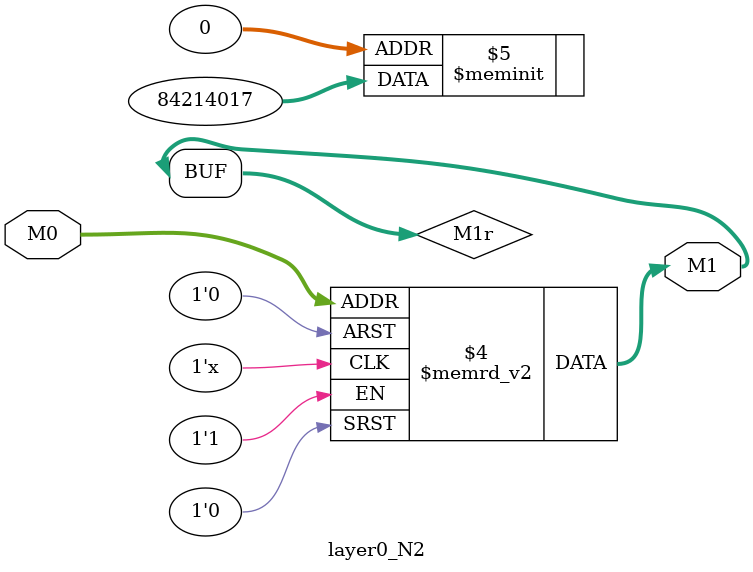
<source format=v>
module layer0_N2 ( input [3:0] M0, output [1:0] M1 );

	(*rom_style = "distributed" *) reg [1:0] M1r;
	assign M1 = M1r;
	always @ (M0) begin
		case (M0)
			4'b0000: M1r = 2'b01;
			4'b0100: M1r = 2'b01;
			4'b1000: M1r = 2'b01;
			4'b1100: M1r = 2'b01;
			4'b0001: M1r = 2'b00;
			4'b0101: M1r = 2'b00;
			4'b1001: M1r = 2'b01;
			4'b1101: M1r = 2'b01;
			4'b0010: M1r = 2'b00;
			4'b0110: M1r = 2'b00;
			4'b1010: M1r = 2'b00;
			4'b1110: M1r = 2'b00;
			4'b0011: M1r = 2'b00;
			4'b0111: M1r = 2'b00;
			4'b1011: M1r = 2'b00;
			4'b1111: M1r = 2'b00;

		endcase
	end
endmodule

</source>
